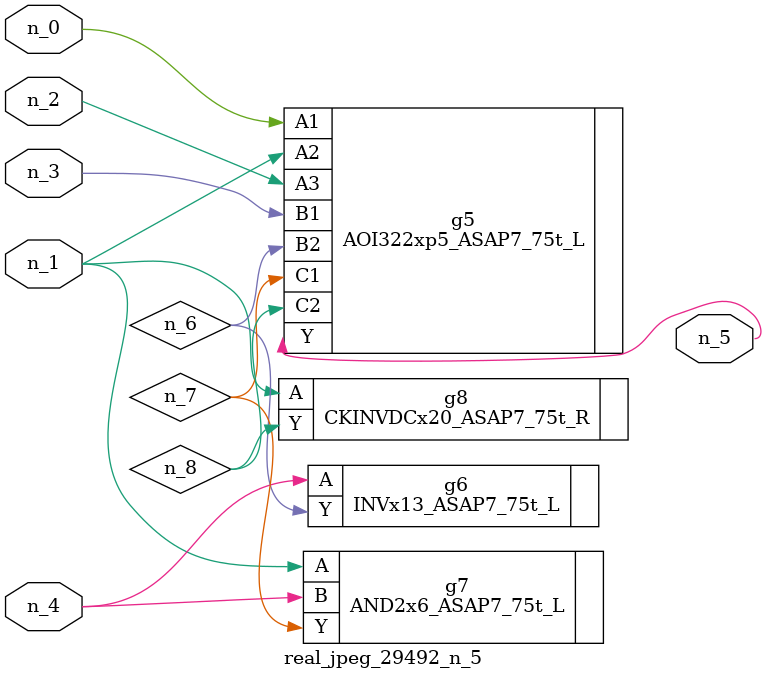
<source format=v>
module real_jpeg_29492_n_5 (n_4, n_0, n_1, n_2, n_3, n_5);

input n_4;
input n_0;
input n_1;
input n_2;
input n_3;

output n_5;

wire n_8;
wire n_6;
wire n_7;

AOI322xp5_ASAP7_75t_L g5 ( 
.A1(n_0),
.A2(n_1),
.A3(n_2),
.B1(n_3),
.B2(n_6),
.C1(n_7),
.C2(n_8),
.Y(n_5)
);

AND2x6_ASAP7_75t_L g7 ( 
.A(n_1),
.B(n_4),
.Y(n_7)
);

CKINVDCx20_ASAP7_75t_R g8 ( 
.A(n_1),
.Y(n_8)
);

INVx13_ASAP7_75t_L g6 ( 
.A(n_4),
.Y(n_6)
);


endmodule
</source>
